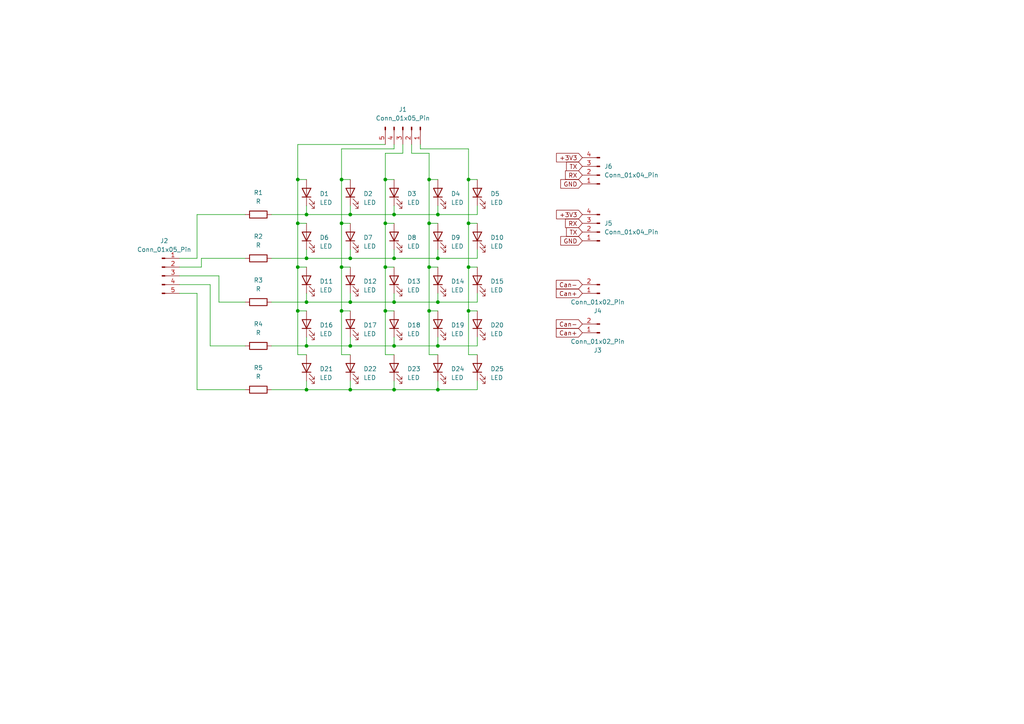
<source format=kicad_sch>
(kicad_sch (version 20231120) (generator "eeschema") (generator_version "8.0")
  (paper "A4")
  (lib_symbols
    (symbol "Connector:Conn_01x02_Pin" (pin_names (offset 1.016) hide)
      (property "Reference" "J" (at 0 2.54 0))
      (property "Value" "Conn_01x02_Pin" (at 0 -5.08 0))
      (symbol "Conn_01x02_Pin_1_1"
        (polyline (pts (xy 1.27 -2.54) (xy 0.8636 -2.54)) (stroke (width 0.1524)))
        (polyline (pts (xy 1.27 0) (xy 0.8636 0)) (stroke (width 0.1524)))
        (rectangle (start 0.8636 -2.413) (end 0 -2.667) (stroke (width 0.1524)) (fill (type outline)))
        (rectangle (start 0.8636 0.127) (end 0 -0.127) (stroke (width 0.1524)) (fill (type outline)))
        (pin passive line (at 5.08 0 180) (length 3.81) (name "Pin_1") (number "1"))
        (pin passive line (at 5.08 -2.54 180) (length 3.81) (name "Pin_2") (number "2"))
      )
    )
    (symbol "Connector:Conn_01x04_Pin" (pin_names (offset 1.016) hide)
      (property "Reference" "J" (at 0 5.08 0))
      (property "Value" "Conn_01x04_Pin" (at 0 -7.62 0))
      (symbol "Conn_01x04_Pin_1_1"
        (polyline (pts (xy 1.27 -5.08) (xy 0.8636 -5.08)) (stroke (width 0.1524)))
        (polyline (pts (xy 1.27 -2.54) (xy 0.8636 -2.54)) (stroke (width 0.1524)))
        (polyline (pts (xy 1.27 0) (xy 0.8636 0)) (stroke (width 0.1524)))
        (polyline (pts (xy 1.27 2.54) (xy 0.8636 2.54)) (stroke (width 0.1524)))
        (rectangle (start 0.8636 -4.953) (end 0 -5.207) (stroke (width 0.1524)) (fill (type outline)))
        (rectangle (start 0.8636 -2.413) (end 0 -2.667) (stroke (width 0.1524)) (fill (type outline)))
        (rectangle (start 0.8636 0.127) (end 0 -0.127) (stroke (width 0.1524)) (fill (type outline)))
        (rectangle (start 0.8636 2.667) (end 0 2.413) (stroke (width 0.1524)) (fill (type outline)))
        (pin passive line (at 5.08 2.54 180) (length 3.81) (name "Pin_1") (number "1"))
        (pin passive line (at 5.08 0 180) (length 3.81) (name "Pin_2") (number "2"))
        (pin passive line (at 5.08 -2.54 180) (length 3.81) (name "Pin_3") (number "3"))
        (pin passive line (at 5.08 -5.08 180) (length 3.81) (name "Pin_4") (number "4"))
      )
    )
    (symbol "Connector:Conn_01x05_Pin" (pin_names (offset 1.016) hide)
      (property "Reference" "J" (at 0 7.62 0))
      (property "Value" "Conn_01x05_Pin" (at 0 -7.62 0))
      (symbol "Conn_01x05_Pin_1_1"
        (polyline (pts (xy 1.27 -5.08) (xy 0.8636 -5.08)) (stroke (width 0.1524)))
        (polyline (pts (xy 1.27 -2.54) (xy 0.8636 -2.54)) (stroke (width 0.1524)))
        (polyline (pts (xy 1.27 0) (xy 0.8636 0)) (stroke (width 0.1524)))
        (polyline (pts (xy 1.27 2.54) (xy 0.8636 2.54)) (stroke (width 0.1524)))
        (polyline (pts (xy 1.27 5.08) (xy 0.8636 5.08)) (stroke (width 0.1524)))
        (rectangle (start 0.8636 -4.953) (end 0 -5.207) (stroke (width 0.1524)) (fill (type outline)))
        (rectangle (start 0.8636 -2.413) (end 0 -2.667) (stroke (width 0.1524)) (fill (type outline)))
        (rectangle (start 0.8636 0.127) (end 0 -0.127) (stroke (width 0.1524)) (fill (type outline)))
        (rectangle (start 0.8636 2.667) (end 0 2.413) (stroke (width 0.1524)) (fill (type outline)))
        (rectangle (start 0.8636 5.207) (end 0 4.953) (stroke (width 0.1524)) (fill (type outline)))
        (pin passive line (at 5.08 5.08 180) (length 3.81) (name "Pin_1") (number "1"))
        (pin passive line (at 5.08 2.54 180) (length 3.81) (name "Pin_2") (number "2"))
        (pin passive line (at 5.08 0 180) (length 3.81) (name "Pin_3") (number "3"))
        (pin passive line (at 5.08 -2.54 180) (length 3.81) (name "Pin_4") (number "4"))
        (pin passive line (at 5.08 -5.08 180) (length 3.81) (name "Pin_5") (number "5"))
      )
    )
    (symbol "Device:LED" (pin_numbers hide) (pin_names (offset 1.016) hide)
      (property "Reference" "D" (at 0 2.54 0))
      (property "Value" "LED" (at 0 -2.54 0))
      (symbol "LED_0_1"
        (polyline (pts (xy -1.27 -1.27) (xy -1.27 1.27)) (stroke (width 0.254)))
        (polyline (pts (xy -1.27 0) (xy 1.27 0)))
        (polyline (pts (xy 1.27 -1.27) (xy 1.27 1.27) (xy -1.27 0) (xy 1.27 -1.27)) (stroke (width 0.254)))
        (polyline (pts (xy -3.048 -0.762) (xy -4.572 -2.286) (xy -3.81 -2.286) (xy -4.572 -2.286) (xy -4.572 -1.524)))
        (polyline (pts (xy -1.778 -0.762) (xy -3.302 -2.286) (xy -2.54 -2.286) (xy -3.302 -2.286) (xy -3.302 -1.524)))
      )
      (symbol "LED_1_1"
        (pin passive line (at -3.81 0 0) (length 2.54) (name "K") (number "1"))
        (pin passive line (at 3.81 0 180) (length 2.54) (name "A") (number "2"))
      )
    )
    (symbol "Device:R" (pin_numbers hide) (pin_names (offset 0))
      (property "Reference" "R" (at 2.032 0 90))
      (property "Value" "R" (at 0 0 90))
      (symbol "R_0_1"
        (rectangle (start -1.016 -2.54) (end 1.016 2.54) (stroke (width 0.254)))
      )
      (symbol "R_1_1"
        (pin passive line (at 0 3.81 270) (length 1.27) (name "~") (number "1"))
        (pin passive line (at 0 -3.81 90) (length 1.27) (name "~") (number "2"))
      )
    )
  )
  (junction (at 99.06 64.77))
  (junction (at 88.9 87.63))
  (junction (at 124.46 90.17))
  (junction (at 127 113.03))
  (junction (at 114.3 62.23))
  (junction (at 86.36 90.17))
  (junction (at 88.9 100.33))
  (junction (at 127 100.33))
  (junction (at 111.76 64.77))
  (junction (at 101.6 74.93))
  (junction (at 99.06 77.47))
  (junction (at 111.76 52.07))
  (junction (at 135.89 90.17))
  (junction (at 114.3 113.03))
  (junction (at 86.36 52.07))
  (junction (at 124.46 64.77))
  (junction (at 111.76 77.47))
  (junction (at 101.6 100.33))
  (junction (at 127 87.63))
  (junction (at 111.76 90.17))
  (junction (at 114.3 100.33))
  (junction (at 101.6 62.23))
  (junction (at 124.46 52.07))
  (junction (at 127 62.23))
  (junction (at 99.06 90.17))
  (junction (at 101.6 87.63))
  (junction (at 135.89 64.77))
  (junction (at 114.3 87.63))
  (junction (at 127 74.93))
  (junction (at 86.36 77.47))
  (junction (at 114.3 74.93))
  (junction (at 99.06 52.07))
  (junction (at 135.89 52.07))
  (junction (at 135.89 77.47))
  (junction (at 88.9 62.23))
  (junction (at 101.6 113.03))
  (junction (at 88.9 113.03))
  (junction (at 88.9 74.93))
  (junction (at 124.46 77.47))
  (junction (at 86.36 64.77))
  (wire (pts (xy 111.76 77.47) (xy 114.3 77.47)))
  (wire (pts (xy 127 85.09) (xy 127 87.63)))
  (wire (pts (xy 63.5 87.63) (xy 71.12 87.63)))
  (wire (pts (xy 114.3 87.63) (xy 127 87.63)))
  (wire (pts (xy 114.3 41.91) (xy 114.3 43.18)))
  (wire (pts (xy 135.89 64.77) (xy 135.89 77.47)))
  (wire (pts (xy 60.96 100.33) (xy 71.12 100.33)))
  (wire (pts (xy 135.89 64.77) (xy 138.43 64.77)))
  (wire (pts (xy 78.74 100.33) (xy 88.9 100.33)))
  (wire (pts (xy 99.06 90.17) (xy 101.6 90.17)))
  (wire (pts (xy 101.6 74.93) (xy 114.3 74.93)))
  (wire (pts (xy 86.36 64.77) (xy 88.9 64.77)))
  (wire (pts (xy 86.36 102.87) (xy 88.9 102.87)))
  (wire (pts (xy 101.6 87.63) (xy 114.3 87.63)))
  (wire (pts (xy 101.6 113.03) (xy 114.3 113.03)))
  (wire (pts (xy 52.07 85.09) (xy 57.15 85.09)))
  (wire (pts (xy 127 62.23) (xy 138.43 62.23)))
  (wire (pts (xy 88.9 100.33) (xy 88.9 97.79)))
  (wire (pts (xy 57.15 62.23) (xy 71.12 62.23)))
  (wire (pts (xy 111.76 90.17) (xy 114.3 90.17)))
  (wire (pts (xy 124.46 77.47) (xy 127 77.47)))
  (wire (pts (xy 135.89 90.17) (xy 138.43 90.17)))
  (wire (pts (xy 111.76 44.45) (xy 111.76 52.07)))
  (wire (pts (xy 111.76 64.77) (xy 111.76 77.47)))
  (wire (pts (xy 127 97.79) (xy 127 100.33)))
  (wire (pts (xy 99.06 90.17) (xy 99.06 102.87)))
  (wire (pts (xy 86.36 64.77) (xy 86.36 77.47)))
  (wire (pts (xy 101.6 110.49) (xy 101.6 113.03)))
  (wire (pts (xy 58.42 77.47) (xy 58.42 74.93)))
  (wire (pts (xy 52.07 82.55) (xy 60.96 82.55)))
  (wire (pts (xy 116.84 44.45) (xy 111.76 44.45)))
  (wire (pts (xy 135.89 102.87) (xy 138.43 102.87)))
  (wire (pts (xy 111.76 52.07) (xy 111.76 64.77)))
  (wire (pts (xy 138.43 97.79) (xy 138.43 100.33)))
  (wire (pts (xy 52.07 74.93) (xy 57.15 74.93)))
  (wire (pts (xy 86.36 77.47) (xy 88.9 77.47)))
  (wire (pts (xy 86.36 77.47) (xy 86.36 90.17)))
  (wire (pts (xy 58.42 74.93) (xy 71.12 74.93)))
  (wire (pts (xy 124.46 52.07) (xy 124.46 64.77)))
  (wire (pts (xy 88.9 74.93) (xy 101.6 74.93)))
  (wire (pts (xy 60.96 82.55) (xy 60.96 100.33)))
  (wire (pts (xy 124.46 64.77) (xy 124.46 77.47)))
  (wire (pts (xy 135.89 77.47) (xy 135.89 90.17)))
  (wire (pts (xy 99.06 64.77) (xy 101.6 64.77)))
  (wire (pts (xy 114.3 62.23) (xy 127 62.23)))
  (wire (pts (xy 99.06 64.77) (xy 99.06 77.47)))
  (wire (pts (xy 99.06 43.18) (xy 99.06 52.07)))
  (wire (pts (xy 124.46 77.47) (xy 124.46 90.17)))
  (wire (pts (xy 101.6 62.23) (xy 114.3 62.23)))
  (wire (pts (xy 114.3 110.49) (xy 114.3 113.03)))
  (wire (pts (xy 111.76 90.17) (xy 111.76 102.87)))
  (wire (pts (xy 124.46 44.45) (xy 124.46 52.07)))
  (wire (pts (xy 88.9 62.23) (xy 88.9 59.69)))
  (wire (pts (xy 119.38 41.91) (xy 119.38 44.45)))
  (wire (pts (xy 114.3 72.39) (xy 114.3 74.93)))
  (wire (pts (xy 86.36 52.07) (xy 88.9 52.07)))
  (wire (pts (xy 52.07 77.47) (xy 58.42 77.47)))
  (wire (pts (xy 88.9 87.63) (xy 88.9 85.09)))
  (wire (pts (xy 63.5 80.01) (xy 63.5 87.63)))
  (wire (pts (xy 114.3 43.18) (xy 99.06 43.18)))
  (wire (pts (xy 111.76 64.77) (xy 114.3 64.77)))
  (wire (pts (xy 88.9 113.03) (xy 101.6 113.03)))
  (wire (pts (xy 121.92 43.18) (xy 135.89 43.18)))
  (wire (pts (xy 114.3 59.69) (xy 114.3 62.23)))
  (wire (pts (xy 99.06 77.47) (xy 101.6 77.47)))
  (wire (pts (xy 88.9 62.23) (xy 101.6 62.23)))
  (wire (pts (xy 86.36 90.17) (xy 86.36 102.87)))
  (wire (pts (xy 111.76 102.87) (xy 114.3 102.87)))
  (wire (pts (xy 138.43 110.49) (xy 138.43 113.03)))
  (wire (pts (xy 138.43 85.09) (xy 138.43 87.63)))
  (wire (pts (xy 135.89 90.17) (xy 135.89 102.87)))
  (wire (pts (xy 78.74 74.93) (xy 88.9 74.93)))
  (wire (pts (xy 86.36 41.91) (xy 86.36 52.07)))
  (wire (pts (xy 78.74 87.63) (xy 88.9 87.63)))
  (wire (pts (xy 114.3 113.03) (xy 127 113.03)))
  (wire (pts (xy 124.46 90.17) (xy 124.46 102.87)))
  (wire (pts (xy 101.6 100.33) (xy 114.3 100.33)))
  (wire (pts (xy 101.6 72.39) (xy 101.6 74.93)))
  (wire (pts (xy 124.46 102.87) (xy 127 102.87)))
  (wire (pts (xy 111.76 41.91) (xy 86.36 41.91)))
  (wire (pts (xy 127 113.03) (xy 138.43 113.03)))
  (wire (pts (xy 127 100.33) (xy 138.43 100.33)))
  (wire (pts (xy 114.3 100.33) (xy 127 100.33)))
  (wire (pts (xy 88.9 100.33) (xy 101.6 100.33)))
  (wire (pts (xy 135.89 52.07) (xy 138.43 52.07)))
  (wire (pts (xy 138.43 72.39) (xy 138.43 74.93)))
  (wire (pts (xy 116.84 41.91) (xy 116.84 44.45)))
  (wire (pts (xy 114.3 85.09) (xy 114.3 87.63)))
  (wire (pts (xy 121.92 41.91) (xy 121.92 43.18)))
  (wire (pts (xy 124.46 64.77) (xy 127 64.77)))
  (wire (pts (xy 88.9 87.63) (xy 101.6 87.63)))
  (wire (pts (xy 78.74 113.03) (xy 88.9 113.03)))
  (wire (pts (xy 52.07 80.01) (xy 63.5 80.01)))
  (wire (pts (xy 127 72.39) (xy 127 74.93)))
  (wire (pts (xy 119.38 44.45) (xy 124.46 44.45)))
  (wire (pts (xy 99.06 102.87) (xy 101.6 102.87)))
  (wire (pts (xy 88.9 113.03) (xy 88.9 110.49)))
  (wire (pts (xy 78.74 62.23) (xy 88.9 62.23)))
  (wire (pts (xy 124.46 52.07) (xy 127 52.07)))
  (wire (pts (xy 127 87.63) (xy 138.43 87.63)))
  (wire (pts (xy 57.15 113.03) (xy 71.12 113.03)))
  (wire (pts (xy 135.89 77.47) (xy 138.43 77.47)))
  (wire (pts (xy 101.6 59.69) (xy 101.6 62.23)))
  (wire (pts (xy 86.36 52.07) (xy 86.36 64.77)))
  (wire (pts (xy 99.06 52.07) (xy 99.06 64.77)))
  (wire (pts (xy 57.15 74.93) (xy 57.15 62.23)))
  (wire (pts (xy 88.9 74.93) (xy 88.9 72.39)))
  (wire (pts (xy 127 74.93) (xy 138.43 74.93)))
  (wire (pts (xy 57.15 85.09) (xy 57.15 113.03)))
  (wire (pts (xy 86.36 90.17) (xy 88.9 90.17)))
  (wire (pts (xy 111.76 77.47) (xy 111.76 90.17)))
  (wire (pts (xy 127 59.69) (xy 127 62.23)))
  (wire (pts (xy 99.06 52.07) (xy 101.6 52.07)))
  (wire (pts (xy 114.3 97.79) (xy 114.3 100.33)))
  (wire (pts (xy 114.3 74.93) (xy 127 74.93)))
  (wire (pts (xy 135.89 52.07) (xy 135.89 64.77)))
  (wire (pts (xy 127 110.49) (xy 127 113.03)))
  (wire (pts (xy 101.6 85.09) (xy 101.6 87.63)))
  (wire (pts (xy 138.43 59.69) (xy 138.43 62.23)))
  (wire (pts (xy 101.6 97.79) (xy 101.6 100.33)))
  (wire (pts (xy 124.46 90.17) (xy 127 90.17)))
  (wire (pts (xy 111.76 52.07) (xy 114.3 52.07)))
  (wire (pts (xy 99.06 77.47) (xy 99.06 90.17)))
  (wire (pts (xy 135.89 43.18) (xy 135.89 52.07)))
  (global_label "Can+" (shape input) (at 168.91 96.52 180) (property "Intersheetrefs" "${INTERSHEET_REFS}" (effects (hide yes))))
  (global_label "Can+" (shape input) (at 168.91 85.09 180) (property "Intersheetrefs" "${INTERSHEET_REFS}" (effects (hide yes))))
  (global_label "+3V3" (shape input) (at 168.91 62.23 180) (property "Intersheetrefs" "${INTERSHEET_REFS}" (effects (hide yes))))
  (global_label "+3V3" (shape input) (at 168.91 45.72 180) (property "Intersheetrefs" "${INTERSHEET_REFS}" (effects (hide yes))))
  (global_label "GND" (shape input) (at 168.91 69.85 180) (property "Intersheetrefs" "${INTERSHEET_REFS}" (effects (hide yes))))
  (global_label "TX" (shape input) (at 168.91 48.26 180) (property "Intersheetrefs" "${INTERSHEET_REFS}" (effects (hide yes))))
  (global_label "GND" (shape input) (at 168.91 53.34 180) (property "Intersheetrefs" "${INTERSHEET_REFS}" (effects (hide yes))))
  (global_label "RX" (shape input) (at 168.91 64.77 180) (property "Intersheetrefs" "${INTERSHEET_REFS}" (effects (hide yes))))
  (global_label "Can-" (shape input) (at 168.91 93.98 180) (property "Intersheetrefs" "${INTERSHEET_REFS}" (effects (hide yes))))
  (global_label "RX" (shape input) (at 168.91 50.8 180) (property "Intersheetrefs" "${INTERSHEET_REFS}" (effects (hide yes))))
  (global_label "TX" (shape input) (at 168.91 67.31 180) (property "Intersheetrefs" "${INTERSHEET_REFS}" (effects (hide yes))))
  (global_label "Can-" (shape input) (at 168.91 82.55 180) (property "Intersheetrefs" "${INTERSHEET_REFS}" (effects (hide yes))))
  (symbol (lib_id "Device:LED") (at 88.9 55.88 90) (unit 1)
    (property "Reference" "D1" (at 92.71 56.1974 90) (effects (justify right)))
    (property "Value" "LED" (at 92.71 58.7374 90) (effects (justify right)))
    (property "Footprint" "LED_THT:LED_D3.0mm" (effects (hide yes)))
    (property "Description" "Light emitting diode" (effects (hide yes)))
  )
  (symbol (lib_id "Device:LED") (at 127 93.98 90) (unit 1)
    (property "Reference" "D19" (at 130.81 94.2974 90) (effects (justify right)))
    (property "Value" "LED" (at 130.81 96.8374 90) (effects (justify right)))
    (property "Footprint" "LED_THT:LED_D3.0mm" (effects (hide yes)))
    (property "Description" "Light emitting diode" (effects (hide yes)))
  )
  (symbol (lib_id "Device:LED") (at 127 55.88 90) (unit 1)
    (property "Reference" "D4" (at 130.81 56.1974 90) (effects (justify right)))
    (property "Value" "LED" (at 130.81 58.7374 90) (effects (justify right)))
    (property "Footprint" "LED_THT:LED_D3.0mm" (effects (hide yes)))
    (property "Description" "Light emitting diode" (effects (hide yes)))
  )
  (symbol (lib_id "Connector:Conn_01x04_Pin") (at 173.99 67.31 180) (unit 1)
    (property "Reference" "J5" (at 175.26 64.7699 0) (effects (justify right)))
    (property "Value" "Conn_01x04_Pin" (at 175.26 67.3099 0) (effects (justify right)))
    (property "Footprint" "Connector_PinHeader_2.54mm:PinHeader_1x04_P2.54mm_Horizontal" (effects (hide yes)))
    (property "Description" "Generic connector, single row, 01x04, script generated" (effects (hide yes)))
  )
  (symbol (lib_id "Device:LED") (at 114.3 55.88 90) (unit 1)
    (property "Reference" "D3" (at 118.11 56.1974 90) (effects (justify right)))
    (property "Value" "LED" (at 118.11 58.7374 90) (effects (justify right)))
    (property "Footprint" "LED_THT:LED_D3.0mm" (effects (hide yes)))
    (property "Description" "Light emitting diode" (effects (hide yes)))
  )
  (symbol (lib_id "Device:R") (at 74.93 100.33 270) (unit 1)
    (property "Reference" "R4" (at 74.93 93.98 90))
    (property "Value" "R" (at 74.93 96.52 90))
    (property "Footprint" "Resistor_THT:R_Axial_DIN0207_L6.3mm_D2.5mm_P7.62mm_Horizontal" (effects (hide yes)))
    (property "Description" "Resistor" (effects (hide yes)))
  )
  (symbol (lib_id "Device:R") (at 74.93 62.23 270) (unit 1)
    (property "Reference" "R1" (at 74.93 55.88 90))
    (property "Value" "R" (at 74.93 58.42 90))
    (property "Footprint" "Resistor_THT:R_Axial_DIN0207_L6.3mm_D2.5mm_P7.62mm_Horizontal" (effects (hide yes)))
    (property "Description" "Resistor" (effects (hide yes)))
  )
  (symbol (lib_id "Device:LED") (at 114.3 68.58 90) (unit 1)
    (property "Reference" "D8" (at 118.11 68.8974 90) (effects (justify right)))
    (property "Value" "LED" (at 118.11 71.4374 90) (effects (justify right)))
    (property "Footprint" "LED_THT:LED_D3.0mm" (effects (hide yes)))
    (property "Description" "Light emitting diode" (effects (hide yes)))
  )
  (symbol (lib_id "Device:LED") (at 88.9 68.58 90) (unit 1)
    (property "Reference" "D6" (at 92.71 68.8974 90) (effects (justify right)))
    (property "Value" "LED" (at 92.71 71.4374 90) (effects (justify right)))
    (property "Footprint" "LED_THT:LED_D3.0mm" (effects (hide yes)))
    (property "Description" "Light emitting diode" (effects (hide yes)))
  )
  (symbol (lib_id "Device:LED") (at 138.43 93.98 90) (unit 1)
    (property "Reference" "D20" (at 142.24 94.2974 90) (effects (justify right)))
    (property "Value" "LED" (at 142.24 96.8374 90) (effects (justify right)))
    (property "Footprint" "LED_THT:LED_D3.0mm" (effects (hide yes)))
    (property "Description" "Light emitting diode" (effects (hide yes)))
  )
  (symbol (lib_id "Device:LED") (at 88.9 106.68 90) (unit 1)
    (property "Reference" "D21" (at 92.71 106.9974 90) (effects (justify right)))
    (property "Value" "LED" (at 92.71 109.5374 90) (effects (justify right)))
    (property "Footprint" "LED_THT:LED_D3.0mm" (effects (hide yes)))
    (property "Description" "Light emitting diode" (effects (hide yes)))
  )
  (symbol (lib_id "Connector:Conn_01x04_Pin") (at 173.99 50.8 180) (unit 1)
    (property "Reference" "J6" (at 175.26 48.2599 0) (effects (justify right)))
    (property "Value" "Conn_01x04_Pin" (at 175.26 50.7999 0) (effects (justify right)))
    (property "Footprint" "Connector_PinHeader_2.54mm:PinHeader_1x04_P2.54mm_Horizontal" (effects (hide yes)))
    (property "Description" "Generic connector, single row, 01x04, script generated" (effects (hide yes)))
  )
  (symbol (lib_id "Device:LED") (at 138.43 55.88 90) (unit 1)
    (property "Reference" "D5" (at 142.24 56.1974 90) (effects (justify right)))
    (property "Value" "LED" (at 142.24 58.7374 90) (effects (justify right)))
    (property "Footprint" "LED_THT:LED_D3.0mm" (effects (hide yes)))
    (property "Description" "Light emitting diode" (effects (hide yes)))
  )
  (symbol (lib_id "Device:LED") (at 127 68.58 90) (unit 1)
    (property "Reference" "D9" (at 130.81 68.8974 90) (effects (justify right)))
    (property "Value" "LED" (at 130.81 71.4374 90) (effects (justify right)))
    (property "Footprint" "LED_THT:LED_D3.0mm" (effects (hide yes)))
    (property "Description" "Light emitting diode" (effects (hide yes)))
  )
  (symbol (lib_id "Device:LED") (at 127 106.68 90) (unit 1)
    (property "Reference" "D24" (at 130.81 106.9974 90) (effects (justify right)))
    (property "Value" "LED" (at 130.81 109.5374 90) (effects (justify right)))
    (property "Footprint" "LED_THT:LED_D3.0mm" (effects (hide yes)))
    (property "Description" "Light emitting diode" (effects (hide yes)))
  )
  (symbol (lib_id "Device:R") (at 74.93 74.93 270) (unit 1)
    (property "Reference" "R2" (at 74.93 68.58 90))
    (property "Value" "R" (at 74.93 71.12 90))
    (property "Footprint" "Resistor_THT:R_Axial_DIN0207_L6.3mm_D2.5mm_P7.62mm_Horizontal" (effects (hide yes)))
    (property "Description" "Resistor" (effects (hide yes)))
  )
  (symbol (lib_id "Device:LED") (at 138.43 68.58 90) (unit 1)
    (property "Reference" "D10" (at 142.24 68.8974 90) (effects (justify right)))
    (property "Value" "LED" (at 142.24 71.4374 90) (effects (justify right)))
    (property "Footprint" "LED_THT:LED_D3.0mm" (effects (hide yes)))
    (property "Description" "Light emitting diode" (effects (hide yes)))
  )
  (symbol (lib_id "Device:LED") (at 101.6 68.58 90) (unit 1)
    (property "Reference" "D7" (at 105.41 68.8974 90) (effects (justify right)))
    (property "Value" "LED" (at 105.41 71.4374 90) (effects (justify right)))
    (property "Footprint" "LED_THT:LED_D3.0mm" (effects (hide yes)))
    (property "Description" "Light emitting diode" (effects (hide yes)))
  )
  (symbol (lib_id "Device:LED") (at 114.3 93.98 90) (unit 1)
    (property "Reference" "D18" (at 118.11 94.2974 90) (effects (justify right)))
    (property "Value" "LED" (at 118.11 96.8374 90) (effects (justify right)))
    (property "Footprint" "LED_THT:LED_D3.0mm" (effects (hide yes)))
    (property "Description" "Light emitting diode" (effects (hide yes)))
  )
  (symbol (lib_id "Device:LED") (at 101.6 81.28 90) (unit 1)
    (property "Reference" "D12" (at 105.41 81.5974 90) (effects (justify right)))
    (property "Value" "LED" (at 105.41 84.1374 90) (effects (justify right)))
    (property "Footprint" "LED_THT:LED_D3.0mm" (effects (hide yes)))
    (property "Description" "Light emitting diode" (effects (hide yes)))
  )
  (symbol (lib_id "Device:LED") (at 127 81.28 90) (unit 1)
    (property "Reference" "D14" (at 130.81 81.5974 90) (effects (justify right)))
    (property "Value" "LED" (at 130.81 84.1374 90) (effects (justify right)))
    (property "Footprint" "LED_THT:LED_D3.0mm" (effects (hide yes)))
    (property "Description" "Light emitting diode" (effects (hide yes)))
  )
  (symbol (lib_id "Device:R") (at 74.93 113.03 270) (unit 1)
    (property "Reference" "R5" (at 74.93 106.68 90))
    (property "Value" "R" (at 74.93 109.22 90))
    (property "Footprint" "Resistor_THT:R_Axial_DIN0207_L6.3mm_D2.5mm_P7.62mm_Horizontal" (effects (hide yes)))
    (property "Description" "Resistor" (effects (hide yes)))
  )
  (symbol (lib_id "Connector:Conn_01x05_Pin") (at 116.84 36.83 270) (unit 1)
    (property "Reference" "J1" (at 116.84 31.75 90))
    (property "Value" "Conn_01x05_Pin" (at 116.84 34.29 90))
    (property "Footprint" "Connector_Harwin:Harwin_M20-89005xx_1x05_P2.54mm_Horizontal" (effects (hide yes)))
    (property "Description" "Generic connector, single row, 01x05, script generated" (effects (hide yes)))
  )
  (symbol (lib_id "Device:R") (at 74.93 87.63 270) (unit 1)
    (property "Reference" "R3" (at 74.93 81.28 90))
    (property "Value" "R" (at 74.93 83.82 90))
    (property "Footprint" "Resistor_THT:R_Axial_DIN0207_L6.3mm_D2.5mm_P7.62mm_Horizontal" (effects (hide yes)))
    (property "Description" "Resistor" (effects (hide yes)))
  )
  (symbol (lib_id "Device:LED") (at 138.43 106.68 90) (unit 1)
    (property "Reference" "D25" (at 142.24 106.9974 90) (effects (justify right)))
    (property "Value" "LED" (at 142.24 109.5374 90) (effects (justify right)))
    (property "Footprint" "LED_THT:LED_D3.0mm" (effects (hide yes)))
    (property "Description" "Light emitting diode" (effects (hide yes)))
  )
  (symbol (lib_id "Connector:Conn_01x02_Pin") (at 173.99 96.52 180) (unit 1)
    (property "Reference" "J3" (at 173.355 101.6 0))
    (property "Value" "Conn_01x02_Pin" (at 173.355 99.06 0))
    (property "Footprint" "Connector_PinHeader_2.54mm:PinHeader_1x02_P2.54mm_Horizontal" (effects (hide yes)))
    (property "Description" "Generic connector, single row, 01x02, script generated" (effects (hide yes)))
  )
  (symbol (lib_id "Device:LED") (at 88.9 81.28 90) (unit 1)
    (property "Reference" "D11" (at 92.71 81.5974 90) (effects (justify right)))
    (property "Value" "LED" (at 92.71 84.1374 90) (effects (justify right)))
    (property "Footprint" "LED_THT:LED_D3.0mm" (effects (hide yes)))
    (property "Description" "Light emitting diode" (effects (hide yes)))
  )
  (symbol (lib_id "Device:LED") (at 101.6 106.68 90) (unit 1)
    (property "Reference" "D22" (at 105.41 106.9974 90) (effects (justify right)))
    (property "Value" "LED" (at 105.41 109.5374 90) (effects (justify right)))
    (property "Footprint" "LED_THT:LED_D3.0mm" (effects (hide yes)))
    (property "Description" "Light emitting diode" (effects (hide yes)))
  )
  (symbol (lib_id "Device:LED") (at 138.43 81.28 90) (unit 1)
    (property "Reference" "D15" (at 142.24 81.5974 90) (effects (justify right)))
    (property "Value" "LED" (at 142.24 84.1374 90) (effects (justify right)))
    (property "Footprint" "LED_THT:LED_D3.0mm" (effects (hide yes)))
    (property "Description" "Light emitting diode" (effects (hide yes)))
  )
  (symbol (lib_id "Device:LED") (at 101.6 55.88 90) (unit 1)
    (property "Reference" "D2" (at 105.41 56.1974 90) (effects (justify right)))
    (property "Value" "LED" (at 105.41 58.7374 90) (effects (justify right)))
    (property "Footprint" "LED_THT:LED_D3.0mm" (effects (hide yes)))
    (property "Description" "Light emitting diode" (effects (hide yes)))
  )
  (symbol (lib_id "Device:LED") (at 114.3 106.68 90) (unit 1)
    (property "Reference" "D23" (at 118.11 106.9974 90) (effects (justify right)))
    (property "Value" "LED" (at 118.11 109.5374 90) (effects (justify right)))
    (property "Footprint" "LED_THT:LED_D3.0mm" (effects (hide yes)))
    (property "Description" "Light emitting diode" (effects (hide yes)))
  )
  (symbol (lib_id "Connector:Conn_01x02_Pin") (at 173.99 85.09 180) (unit 1)
    (property "Reference" "J4" (at 173.355 90.17 0))
    (property "Value" "Conn_01x02_Pin" (at 173.355 87.63 0))
    (property "Footprint" "Connector_PinHeader_2.54mm:PinHeader_1x02_P2.54mm_Horizontal" (effects (hide yes)))
    (property "Description" "Generic connector, single row, 01x02, script generated" (effects (hide yes)))
  )
  (symbol (lib_id "Device:LED") (at 101.6 93.98 90) (unit 1)
    (property "Reference" "D17" (at 105.41 94.2974 90) (effects (justify right)))
    (property "Value" "LED" (at 105.41 96.8374 90) (effects (justify right)))
    (property "Footprint" "LED_THT:LED_D3.0mm" (effects (hide yes)))
    (property "Description" "Light emitting diode" (effects (hide yes)))
  )
  (symbol (lib_id "Device:LED") (at 88.9 93.98 90) (unit 1)
    (property "Reference" "D16" (at 92.71 94.2974 90) (effects (justify right)))
    (property "Value" "LED" (at 92.71 96.8374 90) (effects (justify right)))
    (property "Footprint" "LED_THT:LED_D3.0mm" (effects (hide yes)))
    (property "Description" "Light emitting diode" (effects (hide yes)))
  )
  (symbol (lib_id "Device:LED") (at 114.3 81.28 90) (unit 1)
    (property "Reference" "D13" (at 118.11 81.5974 90) (effects (justify right)))
    (property "Value" "LED" (at 118.11 84.1374 90) (effects (justify right)))
    (property "Footprint" "LED_THT:LED_D3.0mm" (effects (hide yes)))
    (property "Description" "Light emitting diode" (effects (hide yes)))
  )
  (symbol (lib_id "Connector:Conn_01x05_Pin") (at 46.99 80.01 0) (unit 1)
    (property "Reference" "J2" (at 47.625 69.85 0))
    (property "Value" "Conn_01x05_Pin" (at 47.625 72.39 0))
    (property "Footprint" "Connector_Harwin:Harwin_M20-89005xx_1x05_P2.54mm_Horizontal" (effects (hide yes)))
    (property "Description" "Generic connector, single row, 01x05, script generated" (effects (hide yes)))
  )
)
</source>
